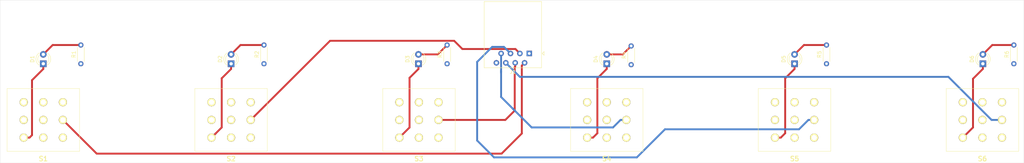
<source format=kicad_pcb>
(kicad_pcb (version 20171130) (host pcbnew "(5.1.2-1)-1")

  (general
    (thickness 1.6)
    (drawings 4)
    (tracks 81)
    (zones 0)
    (modules 19)
    (nets 51)
  )

  (page A4)
  (layers
    (0 F.Cu signal)
    (31 B.Cu signal)
    (32 B.Adhes user)
    (33 F.Adhes user)
    (34 B.Paste user)
    (35 F.Paste user)
    (36 B.SilkS user)
    (37 F.SilkS user)
    (38 B.Mask user)
    (39 F.Mask user)
    (40 Dwgs.User user)
    (41 Cmts.User user)
    (42 Eco1.User user)
    (43 Eco2.User user)
    (44 Edge.Cuts user)
    (45 Margin user)
    (46 B.CrtYd user)
    (47 F.CrtYd user)
    (48 B.Fab user)
    (49 F.Fab user)
  )

  (setup
    (last_trace_width 0.508)
    (user_trace_width 0.508)
    (trace_clearance 0.2)
    (zone_clearance 0.508)
    (zone_45_only no)
    (trace_min 0.2)
    (via_size 0.8)
    (via_drill 0.4)
    (via_min_size 0.4)
    (via_min_drill 0.3)
    (uvia_size 0.3)
    (uvia_drill 0.1)
    (uvias_allowed no)
    (uvia_min_size 0.2)
    (uvia_min_drill 0.1)
    (edge_width 0.05)
    (segment_width 0.2)
    (pcb_text_width 0.3)
    (pcb_text_size 1.5 1.5)
    (mod_edge_width 0.12)
    (mod_text_size 1 1)
    (mod_text_width 0.15)
    (pad_size 1.524 1.524)
    (pad_drill 0.762)
    (pad_to_mask_clearance 0.051)
    (solder_mask_min_width 0.25)
    (aux_axis_origin 0 0)
    (visible_elements FFFFFF7F)
    (pcbplotparams
      (layerselection 0x010f0_ffffffff)
      (usegerberextensions false)
      (usegerberattributes false)
      (usegerberadvancedattributes false)
      (creategerberjobfile false)
      (excludeedgelayer true)
      (linewidth 0.100000)
      (plotframeref false)
      (viasonmask false)
      (mode 1)
      (useauxorigin false)
      (hpglpennumber 1)
      (hpglpenspeed 20)
      (hpglpendiameter 15.000000)
      (psnegative false)
      (psa4output false)
      (plotreference true)
      (plotvalue true)
      (plotinvisibletext false)
      (padsonsilk false)
      (subtractmaskfromsilk false)
      (outputformat 1)
      (mirror false)
      (drillshape 0)
      (scaleselection 1)
      (outputdirectory "gerbers/"))
  )

  (net 0 "")
  (net 1 "Net-(D1-Pad2)")
  (net 2 "Net-(D1-Pad1)")
  (net 3 "Net-(J1-Pad2)")
  (net 4 GND)
  (net 5 "Net-(J1-Pad7)")
  (net 6 "Net-(J1-Pad6)")
  (net 7 "Net-(J1-Pad5)")
  (net 8 "Net-(J1-Pad4)")
  (net 9 "Net-(J1-Pad3)")
  (net 10 +9V)
  (net 11 "Net-(D2-Pad2)")
  (net 12 "Net-(D3-Pad2)")
  (net 13 "Net-(D4-Pad2)")
  (net 14 "Net-(D5-Pad2)")
  (net 15 "Net-(D6-Pad2)")
  (net 16 "Net-(S1-Pad9)")
  (net 17 "Net-(S1-Pad6)")
  (net 18 "Net-(S1-Pad5)")
  (net 19 "Net-(S1-Pad4)")
  (net 20 "Net-(S1-Pad1)")
  (net 21 "Net-(S2-Pad9)")
  (net 22 "Net-(D2-Pad1)")
  (net 23 "Net-(S2-Pad6)")
  (net 24 "Net-(S2-Pad5)")
  (net 25 "Net-(S2-Pad4)")
  (net 26 "Net-(S2-Pad1)")
  (net 27 "Net-(S3-Pad9)")
  (net 28 "Net-(D3-Pad1)")
  (net 29 "Net-(S3-Pad6)")
  (net 30 "Net-(S3-Pad5)")
  (net 31 "Net-(S3-Pad4)")
  (net 32 "Net-(S3-Pad1)")
  (net 33 "Net-(S4-Pad9)")
  (net 34 "Net-(D4-Pad1)")
  (net 35 "Net-(S4-Pad6)")
  (net 36 "Net-(S4-Pad5)")
  (net 37 "Net-(S4-Pad4)")
  (net 38 "Net-(S4-Pad1)")
  (net 39 "Net-(S5-Pad9)")
  (net 40 "Net-(D5-Pad1)")
  (net 41 "Net-(S5-Pad6)")
  (net 42 "Net-(S5-Pad5)")
  (net 43 "Net-(S5-Pad4)")
  (net 44 "Net-(S5-Pad1)")
  (net 45 "Net-(S6-Pad9)")
  (net 46 "Net-(D6-Pad1)")
  (net 47 "Net-(S6-Pad6)")
  (net 48 "Net-(S6-Pad5)")
  (net 49 "Net-(S6-Pad4)")
  (net 50 "Net-(S6-Pad1)")

  (net_class Default "This is the default net class."
    (clearance 0.2)
    (trace_width 0.25)
    (via_dia 0.8)
    (via_drill 0.4)
    (uvia_dia 0.3)
    (uvia_drill 0.1)
    (add_net +9V)
    (add_net GND)
    (add_net "Net-(D1-Pad1)")
    (add_net "Net-(D1-Pad2)")
    (add_net "Net-(D2-Pad1)")
    (add_net "Net-(D2-Pad2)")
    (add_net "Net-(D3-Pad1)")
    (add_net "Net-(D3-Pad2)")
    (add_net "Net-(D4-Pad1)")
    (add_net "Net-(D4-Pad2)")
    (add_net "Net-(D5-Pad1)")
    (add_net "Net-(D5-Pad2)")
    (add_net "Net-(D6-Pad1)")
    (add_net "Net-(D6-Pad2)")
    (add_net "Net-(J1-Pad2)")
    (add_net "Net-(J1-Pad3)")
    (add_net "Net-(J1-Pad4)")
    (add_net "Net-(J1-Pad5)")
    (add_net "Net-(J1-Pad6)")
    (add_net "Net-(J1-Pad7)")
    (add_net "Net-(S1-Pad1)")
    (add_net "Net-(S1-Pad4)")
    (add_net "Net-(S1-Pad5)")
    (add_net "Net-(S1-Pad6)")
    (add_net "Net-(S1-Pad9)")
    (add_net "Net-(S2-Pad1)")
    (add_net "Net-(S2-Pad4)")
    (add_net "Net-(S2-Pad5)")
    (add_net "Net-(S2-Pad6)")
    (add_net "Net-(S2-Pad9)")
    (add_net "Net-(S3-Pad1)")
    (add_net "Net-(S3-Pad4)")
    (add_net "Net-(S3-Pad5)")
    (add_net "Net-(S3-Pad6)")
    (add_net "Net-(S3-Pad9)")
    (add_net "Net-(S4-Pad1)")
    (add_net "Net-(S4-Pad4)")
    (add_net "Net-(S4-Pad5)")
    (add_net "Net-(S4-Pad6)")
    (add_net "Net-(S4-Pad9)")
    (add_net "Net-(S5-Pad1)")
    (add_net "Net-(S5-Pad4)")
    (add_net "Net-(S5-Pad5)")
    (add_net "Net-(S5-Pad6)")
    (add_net "Net-(S5-Pad9)")
    (add_net "Net-(S6-Pad1)")
    (add_net "Net-(S6-Pad4)")
    (add_net "Net-(S6-Pad5)")
    (add_net "Net-(S6-Pad6)")
    (add_net "Net-(S6-Pad9)")
  )

  (module LED_THT:LED_D3.0mm (layer F.Cu) (tedit 587A3A7B) (tstamp 5CE23341)
    (at 278.511 82.296 90)
    (descr "LED, diameter 3.0mm, 2 pins")
    (tags "LED diameter 3.0mm 2 pins")
    (path /5CE38F49)
    (fp_text reference D6 (at 1.27 -2.96 90) (layer F.SilkS)
      (effects (font (size 1 1) (thickness 0.15)))
    )
    (fp_text value LED (at 1.27 2.96 90) (layer F.Fab)
      (effects (font (size 1 1) (thickness 0.15)))
    )
    (fp_line (start 3.7 -2.25) (end -1.15 -2.25) (layer F.CrtYd) (width 0.05))
    (fp_line (start 3.7 2.25) (end 3.7 -2.25) (layer F.CrtYd) (width 0.05))
    (fp_line (start -1.15 2.25) (end 3.7 2.25) (layer F.CrtYd) (width 0.05))
    (fp_line (start -1.15 -2.25) (end -1.15 2.25) (layer F.CrtYd) (width 0.05))
    (fp_line (start -0.29 1.08) (end -0.29 1.236) (layer F.SilkS) (width 0.12))
    (fp_line (start -0.29 -1.236) (end -0.29 -1.08) (layer F.SilkS) (width 0.12))
    (fp_line (start -0.23 -1.16619) (end -0.23 1.16619) (layer F.Fab) (width 0.1))
    (fp_circle (center 1.27 0) (end 2.77 0) (layer F.Fab) (width 0.1))
    (fp_arc (start 1.27 0) (end 0.229039 1.08) (angle -87.9) (layer F.SilkS) (width 0.12))
    (fp_arc (start 1.27 0) (end 0.229039 -1.08) (angle 87.9) (layer F.SilkS) (width 0.12))
    (fp_arc (start 1.27 0) (end -0.29 1.235516) (angle -108.8) (layer F.SilkS) (width 0.12))
    (fp_arc (start 1.27 0) (end -0.29 -1.235516) (angle 108.8) (layer F.SilkS) (width 0.12))
    (fp_arc (start 1.27 0) (end -0.23 -1.16619) (angle 284.3) (layer F.Fab) (width 0.1))
    (pad 2 thru_hole circle (at 2.54 0 90) (size 1.8 1.8) (drill 0.9) (layers *.Cu *.Mask)
      (net 15 "Net-(D6-Pad2)"))
    (pad 1 thru_hole rect (at 0 0 90) (size 1.8 1.8) (drill 0.9) (layers *.Cu *.Mask)
      (net 46 "Net-(D6-Pad1)"))
    (model ${KISYS3DMOD}/LED_THT.3dshapes/LED_D3.0mm.wrl
      (at (xyz 0 0 0))
      (scale (xyz 1 1 1))
      (rotate (xyz 0 0 0))
    )
  )

  (module LED_THT:LED_D3.0mm (layer F.Cu) (tedit 587A3A7B) (tstamp 5CE2332E)
    (at 227.584 82.296 90)
    (descr "LED, diameter 3.0mm, 2 pins")
    (tags "LED diameter 3.0mm 2 pins")
    (path /5CE38F02)
    (fp_text reference D5 (at 1.27 -2.96 90) (layer F.SilkS)
      (effects (font (size 1 1) (thickness 0.15)))
    )
    (fp_text value LED (at 1.27 2.96 90) (layer F.Fab)
      (effects (font (size 1 1) (thickness 0.15)))
    )
    (fp_line (start 3.7 -2.25) (end -1.15 -2.25) (layer F.CrtYd) (width 0.05))
    (fp_line (start 3.7 2.25) (end 3.7 -2.25) (layer F.CrtYd) (width 0.05))
    (fp_line (start -1.15 2.25) (end 3.7 2.25) (layer F.CrtYd) (width 0.05))
    (fp_line (start -1.15 -2.25) (end -1.15 2.25) (layer F.CrtYd) (width 0.05))
    (fp_line (start -0.29 1.08) (end -0.29 1.236) (layer F.SilkS) (width 0.12))
    (fp_line (start -0.29 -1.236) (end -0.29 -1.08) (layer F.SilkS) (width 0.12))
    (fp_line (start -0.23 -1.16619) (end -0.23 1.16619) (layer F.Fab) (width 0.1))
    (fp_circle (center 1.27 0) (end 2.77 0) (layer F.Fab) (width 0.1))
    (fp_arc (start 1.27 0) (end 0.229039 1.08) (angle -87.9) (layer F.SilkS) (width 0.12))
    (fp_arc (start 1.27 0) (end 0.229039 -1.08) (angle 87.9) (layer F.SilkS) (width 0.12))
    (fp_arc (start 1.27 0) (end -0.29 1.235516) (angle -108.8) (layer F.SilkS) (width 0.12))
    (fp_arc (start 1.27 0) (end -0.29 -1.235516) (angle 108.8) (layer F.SilkS) (width 0.12))
    (fp_arc (start 1.27 0) (end -0.23 -1.16619) (angle 284.3) (layer F.Fab) (width 0.1))
    (pad 2 thru_hole circle (at 2.54 0 90) (size 1.8 1.8) (drill 0.9) (layers *.Cu *.Mask)
      (net 14 "Net-(D5-Pad2)"))
    (pad 1 thru_hole rect (at 0 0 90) (size 1.8 1.8) (drill 0.9) (layers *.Cu *.Mask)
      (net 40 "Net-(D5-Pad1)"))
    (model ${KISYS3DMOD}/LED_THT.3dshapes/LED_D3.0mm.wrl
      (at (xyz 0 0 0))
      (scale (xyz 1 1 1))
      (rotate (xyz 0 0 0))
    )
  )

  (module LED_THT:LED_D3.0mm (layer F.Cu) (tedit 587A3A7B) (tstamp 5CE2331B)
    (at 176.784 82.296 90)
    (descr "LED, diameter 3.0mm, 2 pins")
    (tags "LED diameter 3.0mm 2 pins")
    (path /5CE3FDA0)
    (fp_text reference D4 (at 1.27 -2.96 90) (layer F.SilkS)
      (effects (font (size 1 1) (thickness 0.15)))
    )
    (fp_text value LED (at 1.27 2.96 90) (layer F.Fab)
      (effects (font (size 1 1) (thickness 0.15)))
    )
    (fp_line (start 3.7 -2.25) (end -1.15 -2.25) (layer F.CrtYd) (width 0.05))
    (fp_line (start 3.7 2.25) (end 3.7 -2.25) (layer F.CrtYd) (width 0.05))
    (fp_line (start -1.15 2.25) (end 3.7 2.25) (layer F.CrtYd) (width 0.05))
    (fp_line (start -1.15 -2.25) (end -1.15 2.25) (layer F.CrtYd) (width 0.05))
    (fp_line (start -0.29 1.08) (end -0.29 1.236) (layer F.SilkS) (width 0.12))
    (fp_line (start -0.29 -1.236) (end -0.29 -1.08) (layer F.SilkS) (width 0.12))
    (fp_line (start -0.23 -1.16619) (end -0.23 1.16619) (layer F.Fab) (width 0.1))
    (fp_circle (center 1.27 0) (end 2.77 0) (layer F.Fab) (width 0.1))
    (fp_arc (start 1.27 0) (end 0.229039 1.08) (angle -87.9) (layer F.SilkS) (width 0.12))
    (fp_arc (start 1.27 0) (end 0.229039 -1.08) (angle 87.9) (layer F.SilkS) (width 0.12))
    (fp_arc (start 1.27 0) (end -0.29 1.235516) (angle -108.8) (layer F.SilkS) (width 0.12))
    (fp_arc (start 1.27 0) (end -0.29 -1.235516) (angle 108.8) (layer F.SilkS) (width 0.12))
    (fp_arc (start 1.27 0) (end -0.23 -1.16619) (angle 284.3) (layer F.Fab) (width 0.1))
    (pad 2 thru_hole circle (at 2.54 0 90) (size 1.8 1.8) (drill 0.9) (layers *.Cu *.Mask)
      (net 13 "Net-(D4-Pad2)"))
    (pad 1 thru_hole rect (at 0 0 90) (size 1.8 1.8) (drill 0.9) (layers *.Cu *.Mask)
      (net 34 "Net-(D4-Pad1)"))
    (model ${KISYS3DMOD}/LED_THT.3dshapes/LED_D3.0mm.wrl
      (at (xyz 0 0 0))
      (scale (xyz 1 1 1))
      (rotate (xyz 0 0 0))
    )
  )

  (module LED_THT:LED_D3.0mm (layer F.Cu) (tedit 587A3A7B) (tstamp 5CE23308)
    (at 125.857 82.296 90)
    (descr "LED, diameter 3.0mm, 2 pins")
    (tags "LED diameter 3.0mm 2 pins")
    (path /5CE26F1F)
    (fp_text reference D3 (at 1.27 -2.96 90) (layer F.SilkS)
      (effects (font (size 1 1) (thickness 0.15)))
    )
    (fp_text value LED (at 1.27 2.96 90) (layer F.Fab)
      (effects (font (size 1 1) (thickness 0.15)))
    )
    (fp_line (start 3.7 -2.25) (end -1.15 -2.25) (layer F.CrtYd) (width 0.05))
    (fp_line (start 3.7 2.25) (end 3.7 -2.25) (layer F.CrtYd) (width 0.05))
    (fp_line (start -1.15 2.25) (end 3.7 2.25) (layer F.CrtYd) (width 0.05))
    (fp_line (start -1.15 -2.25) (end -1.15 2.25) (layer F.CrtYd) (width 0.05))
    (fp_line (start -0.29 1.08) (end -0.29 1.236) (layer F.SilkS) (width 0.12))
    (fp_line (start -0.29 -1.236) (end -0.29 -1.08) (layer F.SilkS) (width 0.12))
    (fp_line (start -0.23 -1.16619) (end -0.23 1.16619) (layer F.Fab) (width 0.1))
    (fp_circle (center 1.27 0) (end 2.77 0) (layer F.Fab) (width 0.1))
    (fp_arc (start 1.27 0) (end 0.229039 1.08) (angle -87.9) (layer F.SilkS) (width 0.12))
    (fp_arc (start 1.27 0) (end 0.229039 -1.08) (angle 87.9) (layer F.SilkS) (width 0.12))
    (fp_arc (start 1.27 0) (end -0.29 1.235516) (angle -108.8) (layer F.SilkS) (width 0.12))
    (fp_arc (start 1.27 0) (end -0.29 -1.235516) (angle 108.8) (layer F.SilkS) (width 0.12))
    (fp_arc (start 1.27 0) (end -0.23 -1.16619) (angle 284.3) (layer F.Fab) (width 0.1))
    (pad 2 thru_hole circle (at 2.54 0 90) (size 1.8 1.8) (drill 0.9) (layers *.Cu *.Mask)
      (net 12 "Net-(D3-Pad2)"))
    (pad 1 thru_hole rect (at 0 0 90) (size 1.8 1.8) (drill 0.9) (layers *.Cu *.Mask)
      (net 28 "Net-(D3-Pad1)"))
    (model ${KISYS3DMOD}/LED_THT.3dshapes/LED_D3.0mm.wrl
      (at (xyz 0 0 0))
      (scale (xyz 1 1 1))
      (rotate (xyz 0 0 0))
    )
  )

  (module LED_THT:LED_D3.0mm (layer F.Cu) (tedit 587A3A7B) (tstamp 5CE232F5)
    (at 75.184 82.296 90)
    (descr "LED, diameter 3.0mm, 2 pins")
    (tags "LED diameter 3.0mm 2 pins")
    (path /5CE20D59)
    (fp_text reference D2 (at 1.27 -2.96 90) (layer F.SilkS)
      (effects (font (size 1 1) (thickness 0.15)))
    )
    (fp_text value LED (at 1.27 2.96 90) (layer F.Fab)
      (effects (font (size 1 1) (thickness 0.15)))
    )
    (fp_line (start 3.7 -2.25) (end -1.15 -2.25) (layer F.CrtYd) (width 0.05))
    (fp_line (start 3.7 2.25) (end 3.7 -2.25) (layer F.CrtYd) (width 0.05))
    (fp_line (start -1.15 2.25) (end 3.7 2.25) (layer F.CrtYd) (width 0.05))
    (fp_line (start -1.15 -2.25) (end -1.15 2.25) (layer F.CrtYd) (width 0.05))
    (fp_line (start -0.29 1.08) (end -0.29 1.236) (layer F.SilkS) (width 0.12))
    (fp_line (start -0.29 -1.236) (end -0.29 -1.08) (layer F.SilkS) (width 0.12))
    (fp_line (start -0.23 -1.16619) (end -0.23 1.16619) (layer F.Fab) (width 0.1))
    (fp_circle (center 1.27 0) (end 2.77 0) (layer F.Fab) (width 0.1))
    (fp_arc (start 1.27 0) (end 0.229039 1.08) (angle -87.9) (layer F.SilkS) (width 0.12))
    (fp_arc (start 1.27 0) (end 0.229039 -1.08) (angle 87.9) (layer F.SilkS) (width 0.12))
    (fp_arc (start 1.27 0) (end -0.29 1.235516) (angle -108.8) (layer F.SilkS) (width 0.12))
    (fp_arc (start 1.27 0) (end -0.29 -1.235516) (angle 108.8) (layer F.SilkS) (width 0.12))
    (fp_arc (start 1.27 0) (end -0.23 -1.16619) (angle 284.3) (layer F.Fab) (width 0.1))
    (pad 2 thru_hole circle (at 2.54 0 90) (size 1.8 1.8) (drill 0.9) (layers *.Cu *.Mask)
      (net 11 "Net-(D2-Pad2)"))
    (pad 1 thru_hole rect (at 0 0 90) (size 1.8 1.8) (drill 0.9) (layers *.Cu *.Mask)
      (net 22 "Net-(D2-Pad1)"))
    (model ${KISYS3DMOD}/LED_THT.3dshapes/LED_D3.0mm.wrl
      (at (xyz 0 0 0))
      (scale (xyz 1 1 1))
      (rotate (xyz 0 0 0))
    )
  )

  (module LED_THT:LED_D3.0mm (layer F.Cu) (tedit 587A3A7B) (tstamp 5CE232E2)
    (at 24.384 82.296 90)
    (descr "LED, diameter 3.0mm, 2 pins")
    (tags "LED diameter 3.0mm 2 pins")
    (path /5CDE024C)
    (fp_text reference D1 (at 1.27 -2.96 90) (layer F.SilkS)
      (effects (font (size 1 1) (thickness 0.15)))
    )
    (fp_text value LED (at 1.27 2.96 90) (layer F.Fab)
      (effects (font (size 1 1) (thickness 0.15)))
    )
    (fp_line (start 3.7 -2.25) (end -1.15 -2.25) (layer F.CrtYd) (width 0.05))
    (fp_line (start 3.7 2.25) (end 3.7 -2.25) (layer F.CrtYd) (width 0.05))
    (fp_line (start -1.15 2.25) (end 3.7 2.25) (layer F.CrtYd) (width 0.05))
    (fp_line (start -1.15 -2.25) (end -1.15 2.25) (layer F.CrtYd) (width 0.05))
    (fp_line (start -0.29 1.08) (end -0.29 1.236) (layer F.SilkS) (width 0.12))
    (fp_line (start -0.29 -1.236) (end -0.29 -1.08) (layer F.SilkS) (width 0.12))
    (fp_line (start -0.23 -1.16619) (end -0.23 1.16619) (layer F.Fab) (width 0.1))
    (fp_circle (center 1.27 0) (end 2.77 0) (layer F.Fab) (width 0.1))
    (fp_arc (start 1.27 0) (end 0.229039 1.08) (angle -87.9) (layer F.SilkS) (width 0.12))
    (fp_arc (start 1.27 0) (end 0.229039 -1.08) (angle 87.9) (layer F.SilkS) (width 0.12))
    (fp_arc (start 1.27 0) (end -0.29 1.235516) (angle -108.8) (layer F.SilkS) (width 0.12))
    (fp_arc (start 1.27 0) (end -0.29 -1.235516) (angle 108.8) (layer F.SilkS) (width 0.12))
    (fp_arc (start 1.27 0) (end -0.23 -1.16619) (angle 284.3) (layer F.Fab) (width 0.1))
    (pad 2 thru_hole circle (at 2.54 0 90) (size 1.8 1.8) (drill 0.9) (layers *.Cu *.Mask)
      (net 1 "Net-(D1-Pad2)"))
    (pad 1 thru_hole rect (at 0 0 90) (size 1.8 1.8) (drill 0.9) (layers *.Cu *.Mask)
      (net 2 "Net-(D1-Pad1)"))
    (model ${KISYS3DMOD}/LED_THT.3dshapes/LED_D3.0mm.wrl
      (at (xyz 0 0 0))
      (scale (xyz 1 1 1))
      (rotate (xyz 0 0 0))
    )
  )

  (module SF17020F-0302-21R-L-015:SF17020F030221RL015 (layer F.Cu) (tedit 5CDDE50B) (tstamp 5CE22A2D)
    (at 278.384 97.536)
    (descr SF17020F-0302-21R-L-015-2)
    (tags Switch)
    (path /5CE38F3F)
    (fp_text reference S6 (at 0 10.541) (layer F.SilkS)
      (effects (font (size 1.27 1.27) (thickness 0.254)))
    )
    (fp_text value SF17020F-0302-21R-L-015 (at 0 0) (layer F.SilkS) hide
      (effects (font (size 1.27 1.27) (thickness 0.254)))
    )
    (fp_line (start -10.8 9.5) (end -10.8 -9.5) (layer Dwgs.User) (width 0.1))
    (fp_line (start 10.8 9.5) (end -10.8 9.5) (layer Dwgs.User) (width 0.1))
    (fp_line (start 10.8 -9.5) (end 10.8 9.5) (layer Dwgs.User) (width 0.1))
    (fp_line (start -10.8 -9.5) (end 10.8 -9.5) (layer Dwgs.User) (width 0.1))
    (fp_line (start -9.8 8.5) (end -9.8 -8.5) (layer F.SilkS) (width 0.1))
    (fp_line (start 9.8 8.5) (end -9.8 8.5) (layer F.SilkS) (width 0.1))
    (fp_line (start 9.8 -8.5) (end 9.8 8.5) (layer F.SilkS) (width 0.1))
    (fp_line (start -9.8 -8.5) (end 9.8 -8.5) (layer F.SilkS) (width 0.1))
    (fp_line (start -9.8 8.5) (end -9.8 -8.5) (layer Dwgs.User) (width 0.2))
    (fp_line (start 9.8 8.5) (end -9.8 8.5) (layer Dwgs.User) (width 0.2))
    (fp_line (start 9.8 -8.5) (end 9.8 8.5) (layer Dwgs.User) (width 0.2))
    (fp_line (start -9.8 -8.5) (end 9.8 -8.5) (layer Dwgs.User) (width 0.2))
    (pad 9 thru_hole circle (at -5.3 -4.8 90) (size 2.22 2.22) (drill 1.48) (layers *.Cu *.Mask F.SilkS)
      (net 45 "Net-(S6-Pad9)"))
    (pad 8 thru_hole circle (at -5.3 0 90) (size 2.22 2.22) (drill 1.48) (layers *.Cu *.Mask F.SilkS)
      (net 4 GND))
    (pad 7 thru_hole circle (at -5.3 4.8 90) (size 2.22 2.22) (drill 1.48) (layers *.Cu *.Mask F.SilkS)
      (net 46 "Net-(D6-Pad1)"))
    (pad 6 thru_hole circle (at 0 -4.8 90) (size 2.22 2.22) (drill 1.48) (layers *.Cu *.Mask F.SilkS)
      (net 47 "Net-(S6-Pad6)"))
    (pad 5 thru_hole circle (at 0 0 90) (size 2.22 2.22) (drill 1.48) (layers *.Cu *.Mask F.SilkS)
      (net 48 "Net-(S6-Pad5)"))
    (pad 4 thru_hole circle (at 0 4.8 90) (size 2.22 2.22) (drill 1.48) (layers *.Cu *.Mask F.SilkS)
      (net 49 "Net-(S6-Pad4)"))
    (pad 3 thru_hole circle (at 5.3 -4.8 90) (size 2.22 2.22) (drill 1.48) (layers *.Cu *.Mask F.SilkS)
      (net 4 GND))
    (pad 2 thru_hole circle (at 5.3 0 90) (size 2.22 2.22) (drill 1.48) (layers *.Cu *.Mask F.SilkS)
      (net 6 "Net-(J1-Pad6)"))
    (pad 1 thru_hole circle (at 5.3 4.8 90) (size 2.22 2.22) (drill 1.48) (layers *.Cu *.Mask F.SilkS)
      (net 50 "Net-(S6-Pad1)"))
  )

  (module SF17020F-0302-21R-L-015:SF17020F030221RL015 (layer F.Cu) (tedit 5CDDE50B) (tstamp 5CE22A14)
    (at 227.584 97.536)
    (descr SF17020F-0302-21R-L-015-2)
    (tags Switch)
    (path /5CE38EF8)
    (fp_text reference S5 (at 0 10.541) (layer F.SilkS)
      (effects (font (size 1.27 1.27) (thickness 0.254)))
    )
    (fp_text value SF17020F-0302-21R-L-015 (at 0 0) (layer F.SilkS) hide
      (effects (font (size 1.27 1.27) (thickness 0.254)))
    )
    (fp_line (start -10.8 9.5) (end -10.8 -9.5) (layer Dwgs.User) (width 0.1))
    (fp_line (start 10.8 9.5) (end -10.8 9.5) (layer Dwgs.User) (width 0.1))
    (fp_line (start 10.8 -9.5) (end 10.8 9.5) (layer Dwgs.User) (width 0.1))
    (fp_line (start -10.8 -9.5) (end 10.8 -9.5) (layer Dwgs.User) (width 0.1))
    (fp_line (start -9.8 8.5) (end -9.8 -8.5) (layer F.SilkS) (width 0.1))
    (fp_line (start 9.8 8.5) (end -9.8 8.5) (layer F.SilkS) (width 0.1))
    (fp_line (start 9.8 -8.5) (end 9.8 8.5) (layer F.SilkS) (width 0.1))
    (fp_line (start -9.8 -8.5) (end 9.8 -8.5) (layer F.SilkS) (width 0.1))
    (fp_line (start -9.8 8.5) (end -9.8 -8.5) (layer Dwgs.User) (width 0.2))
    (fp_line (start 9.8 8.5) (end -9.8 8.5) (layer Dwgs.User) (width 0.2))
    (fp_line (start 9.8 -8.5) (end 9.8 8.5) (layer Dwgs.User) (width 0.2))
    (fp_line (start -9.8 -8.5) (end 9.8 -8.5) (layer Dwgs.User) (width 0.2))
    (pad 9 thru_hole circle (at -5.3 -4.8 90) (size 2.22 2.22) (drill 1.48) (layers *.Cu *.Mask F.SilkS)
      (net 39 "Net-(S5-Pad9)"))
    (pad 8 thru_hole circle (at -5.3 0 90) (size 2.22 2.22) (drill 1.48) (layers *.Cu *.Mask F.SilkS)
      (net 4 GND))
    (pad 7 thru_hole circle (at -5.3 4.8 90) (size 2.22 2.22) (drill 1.48) (layers *.Cu *.Mask F.SilkS)
      (net 40 "Net-(D5-Pad1)"))
    (pad 6 thru_hole circle (at 0 -4.8 90) (size 2.22 2.22) (drill 1.48) (layers *.Cu *.Mask F.SilkS)
      (net 41 "Net-(S5-Pad6)"))
    (pad 5 thru_hole circle (at 0 0 90) (size 2.22 2.22) (drill 1.48) (layers *.Cu *.Mask F.SilkS)
      (net 42 "Net-(S5-Pad5)"))
    (pad 4 thru_hole circle (at 0 4.8 90) (size 2.22 2.22) (drill 1.48) (layers *.Cu *.Mask F.SilkS)
      (net 43 "Net-(S5-Pad4)"))
    (pad 3 thru_hole circle (at 5.3 -4.8 90) (size 2.22 2.22) (drill 1.48) (layers *.Cu *.Mask F.SilkS)
      (net 4 GND))
    (pad 2 thru_hole circle (at 5.3 0 90) (size 2.22 2.22) (drill 1.48) (layers *.Cu *.Mask F.SilkS)
      (net 7 "Net-(J1-Pad5)"))
    (pad 1 thru_hole circle (at 5.3 4.8 90) (size 2.22 2.22) (drill 1.48) (layers *.Cu *.Mask F.SilkS)
      (net 44 "Net-(S5-Pad1)"))
  )

  (module SF17020F-0302-21R-L-015:SF17020F030221RL015 (layer F.Cu) (tedit 5CDDE50B) (tstamp 5CE229FB)
    (at 176.784 97.536)
    (descr SF17020F-0302-21R-L-015-2)
    (tags Switch)
    (path /5CE3FD96)
    (fp_text reference S4 (at 0 10.541) (layer F.SilkS)
      (effects (font (size 1.27 1.27) (thickness 0.254)))
    )
    (fp_text value SF17020F-0302-21R-L-015 (at 0 0) (layer F.SilkS) hide
      (effects (font (size 1.27 1.27) (thickness 0.254)))
    )
    (fp_line (start -10.8 9.5) (end -10.8 -9.5) (layer Dwgs.User) (width 0.1))
    (fp_line (start 10.8 9.5) (end -10.8 9.5) (layer Dwgs.User) (width 0.1))
    (fp_line (start 10.8 -9.5) (end 10.8 9.5) (layer Dwgs.User) (width 0.1))
    (fp_line (start -10.8 -9.5) (end 10.8 -9.5) (layer Dwgs.User) (width 0.1))
    (fp_line (start -9.8 8.5) (end -9.8 -8.5) (layer F.SilkS) (width 0.1))
    (fp_line (start 9.8 8.5) (end -9.8 8.5) (layer F.SilkS) (width 0.1))
    (fp_line (start 9.8 -8.5) (end 9.8 8.5) (layer F.SilkS) (width 0.1))
    (fp_line (start -9.8 -8.5) (end 9.8 -8.5) (layer F.SilkS) (width 0.1))
    (fp_line (start -9.8 8.5) (end -9.8 -8.5) (layer Dwgs.User) (width 0.2))
    (fp_line (start 9.8 8.5) (end -9.8 8.5) (layer Dwgs.User) (width 0.2))
    (fp_line (start 9.8 -8.5) (end 9.8 8.5) (layer Dwgs.User) (width 0.2))
    (fp_line (start -9.8 -8.5) (end 9.8 -8.5) (layer Dwgs.User) (width 0.2))
    (pad 9 thru_hole circle (at -5.3 -4.8 90) (size 2.22 2.22) (drill 1.48) (layers *.Cu *.Mask F.SilkS)
      (net 33 "Net-(S4-Pad9)"))
    (pad 8 thru_hole circle (at -5.3 0 90) (size 2.22 2.22) (drill 1.48) (layers *.Cu *.Mask F.SilkS)
      (net 4 GND))
    (pad 7 thru_hole circle (at -5.3 4.8 90) (size 2.22 2.22) (drill 1.48) (layers *.Cu *.Mask F.SilkS)
      (net 34 "Net-(D4-Pad1)"))
    (pad 6 thru_hole circle (at 0 -4.8 90) (size 2.22 2.22) (drill 1.48) (layers *.Cu *.Mask F.SilkS)
      (net 35 "Net-(S4-Pad6)"))
    (pad 5 thru_hole circle (at 0 0 90) (size 2.22 2.22) (drill 1.48) (layers *.Cu *.Mask F.SilkS)
      (net 36 "Net-(S4-Pad5)"))
    (pad 4 thru_hole circle (at 0 4.8 90) (size 2.22 2.22) (drill 1.48) (layers *.Cu *.Mask F.SilkS)
      (net 37 "Net-(S4-Pad4)"))
    (pad 3 thru_hole circle (at 5.3 -4.8 90) (size 2.22 2.22) (drill 1.48) (layers *.Cu *.Mask F.SilkS)
      (net 4 GND))
    (pad 2 thru_hole circle (at 5.3 0 90) (size 2.22 2.22) (drill 1.48) (layers *.Cu *.Mask F.SilkS)
      (net 5 "Net-(J1-Pad7)"))
    (pad 1 thru_hole circle (at 5.3 4.8 90) (size 2.22 2.22) (drill 1.48) (layers *.Cu *.Mask F.SilkS)
      (net 38 "Net-(S4-Pad1)"))
  )

  (module SF17020F-0302-21R-L-015:SF17020F030221RL015 (layer F.Cu) (tedit 5CDDE50B) (tstamp 5CE229E2)
    (at 125.984 97.536)
    (descr SF17020F-0302-21R-L-015-2)
    (tags Switch)
    (path /5CE26F15)
    (fp_text reference S3 (at 0 10.541) (layer F.SilkS)
      (effects (font (size 1.27 1.27) (thickness 0.254)))
    )
    (fp_text value SF17020F-0302-21R-L-015 (at 0 0) (layer F.SilkS) hide
      (effects (font (size 1.27 1.27) (thickness 0.254)))
    )
    (fp_line (start -10.8 9.5) (end -10.8 -9.5) (layer Dwgs.User) (width 0.1))
    (fp_line (start 10.8 9.5) (end -10.8 9.5) (layer Dwgs.User) (width 0.1))
    (fp_line (start 10.8 -9.5) (end 10.8 9.5) (layer Dwgs.User) (width 0.1))
    (fp_line (start -10.8 -9.5) (end 10.8 -9.5) (layer Dwgs.User) (width 0.1))
    (fp_line (start -9.8 8.5) (end -9.8 -8.5) (layer F.SilkS) (width 0.1))
    (fp_line (start 9.8 8.5) (end -9.8 8.5) (layer F.SilkS) (width 0.1))
    (fp_line (start 9.8 -8.5) (end 9.8 8.5) (layer F.SilkS) (width 0.1))
    (fp_line (start -9.8 -8.5) (end 9.8 -8.5) (layer F.SilkS) (width 0.1))
    (fp_line (start -9.8 8.5) (end -9.8 -8.5) (layer Dwgs.User) (width 0.2))
    (fp_line (start 9.8 8.5) (end -9.8 8.5) (layer Dwgs.User) (width 0.2))
    (fp_line (start 9.8 -8.5) (end 9.8 8.5) (layer Dwgs.User) (width 0.2))
    (fp_line (start -9.8 -8.5) (end 9.8 -8.5) (layer Dwgs.User) (width 0.2))
    (pad 9 thru_hole circle (at -5.3 -4.8 90) (size 2.22 2.22) (drill 1.48) (layers *.Cu *.Mask F.SilkS)
      (net 27 "Net-(S3-Pad9)"))
    (pad 8 thru_hole circle (at -5.3 0 90) (size 2.22 2.22) (drill 1.48) (layers *.Cu *.Mask F.SilkS)
      (net 4 GND))
    (pad 7 thru_hole circle (at -5.3 4.8 90) (size 2.22 2.22) (drill 1.48) (layers *.Cu *.Mask F.SilkS)
      (net 28 "Net-(D3-Pad1)"))
    (pad 6 thru_hole circle (at 0 -4.8 90) (size 2.22 2.22) (drill 1.48) (layers *.Cu *.Mask F.SilkS)
      (net 29 "Net-(S3-Pad6)"))
    (pad 5 thru_hole circle (at 0 0 90) (size 2.22 2.22) (drill 1.48) (layers *.Cu *.Mask F.SilkS)
      (net 30 "Net-(S3-Pad5)"))
    (pad 4 thru_hole circle (at 0 4.8 90) (size 2.22 2.22) (drill 1.48) (layers *.Cu *.Mask F.SilkS)
      (net 31 "Net-(S3-Pad4)"))
    (pad 3 thru_hole circle (at 5.3 -4.8 90) (size 2.22 2.22) (drill 1.48) (layers *.Cu *.Mask F.SilkS)
      (net 4 GND))
    (pad 2 thru_hole circle (at 5.3 0 90) (size 2.22 2.22) (drill 1.48) (layers *.Cu *.Mask F.SilkS)
      (net 8 "Net-(J1-Pad4)"))
    (pad 1 thru_hole circle (at 5.3 4.8 90) (size 2.22 2.22) (drill 1.48) (layers *.Cu *.Mask F.SilkS)
      (net 32 "Net-(S3-Pad1)"))
  )

  (module SF17020F-0302-21R-L-015:SF17020F030221RL015 (layer F.Cu) (tedit 5CDDE50B) (tstamp 5CE229C9)
    (at 75.184 97.536)
    (descr SF17020F-0302-21R-L-015-2)
    (tags Switch)
    (path /5CE20D4F)
    (fp_text reference S2 (at 0 10.541) (layer F.SilkS)
      (effects (font (size 1.27 1.27) (thickness 0.254)))
    )
    (fp_text value SF17020F-0302-21R-L-015 (at 0 0) (layer F.SilkS) hide
      (effects (font (size 1.27 1.27) (thickness 0.254)))
    )
    (fp_line (start -10.8 9.5) (end -10.8 -9.5) (layer Dwgs.User) (width 0.1))
    (fp_line (start 10.8 9.5) (end -10.8 9.5) (layer Dwgs.User) (width 0.1))
    (fp_line (start 10.8 -9.5) (end 10.8 9.5) (layer Dwgs.User) (width 0.1))
    (fp_line (start -10.8 -9.5) (end 10.8 -9.5) (layer Dwgs.User) (width 0.1))
    (fp_line (start -9.8 8.5) (end -9.8 -8.5) (layer F.SilkS) (width 0.1))
    (fp_line (start 9.8 8.5) (end -9.8 8.5) (layer F.SilkS) (width 0.1))
    (fp_line (start 9.8 -8.5) (end 9.8 8.5) (layer F.SilkS) (width 0.1))
    (fp_line (start -9.8 -8.5) (end 9.8 -8.5) (layer F.SilkS) (width 0.1))
    (fp_line (start -9.8 8.5) (end -9.8 -8.5) (layer Dwgs.User) (width 0.2))
    (fp_line (start 9.8 8.5) (end -9.8 8.5) (layer Dwgs.User) (width 0.2))
    (fp_line (start 9.8 -8.5) (end 9.8 8.5) (layer Dwgs.User) (width 0.2))
    (fp_line (start -9.8 -8.5) (end 9.8 -8.5) (layer Dwgs.User) (width 0.2))
    (pad 9 thru_hole circle (at -5.3 -4.8 90) (size 2.22 2.22) (drill 1.48) (layers *.Cu *.Mask F.SilkS)
      (net 21 "Net-(S2-Pad9)"))
    (pad 8 thru_hole circle (at -5.3 0 90) (size 2.22 2.22) (drill 1.48) (layers *.Cu *.Mask F.SilkS)
      (net 4 GND))
    (pad 7 thru_hole circle (at -5.3 4.8 90) (size 2.22 2.22) (drill 1.48) (layers *.Cu *.Mask F.SilkS)
      (net 22 "Net-(D2-Pad1)"))
    (pad 6 thru_hole circle (at 0 -4.8 90) (size 2.22 2.22) (drill 1.48) (layers *.Cu *.Mask F.SilkS)
      (net 23 "Net-(S2-Pad6)"))
    (pad 5 thru_hole circle (at 0 0 90) (size 2.22 2.22) (drill 1.48) (layers *.Cu *.Mask F.SilkS)
      (net 24 "Net-(S2-Pad5)"))
    (pad 4 thru_hole circle (at 0 4.8 90) (size 2.22 2.22) (drill 1.48) (layers *.Cu *.Mask F.SilkS)
      (net 25 "Net-(S2-Pad4)"))
    (pad 3 thru_hole circle (at 5.3 -4.8 90) (size 2.22 2.22) (drill 1.48) (layers *.Cu *.Mask F.SilkS)
      (net 4 GND))
    (pad 2 thru_hole circle (at 5.3 0 90) (size 2.22 2.22) (drill 1.48) (layers *.Cu *.Mask F.SilkS)
      (net 9 "Net-(J1-Pad3)"))
    (pad 1 thru_hole circle (at 5.3 4.8 90) (size 2.22 2.22) (drill 1.48) (layers *.Cu *.Mask F.SilkS)
      (net 26 "Net-(S2-Pad1)"))
  )

  (module SF17020F-0302-21R-L-015:SF17020F030221RL015 (layer F.Cu) (tedit 5CDDE50B) (tstamp 5CE229B0)
    (at 24.384 97.536)
    (descr SF17020F-0302-21R-L-015-2)
    (tags Switch)
    (path /5CDDE643)
    (fp_text reference S1 (at 0 10.541) (layer F.SilkS)
      (effects (font (size 1.27 1.27) (thickness 0.254)))
    )
    (fp_text value SF17020F-0302-21R-L-015 (at 0 0) (layer F.SilkS) hide
      (effects (font (size 1.27 1.27) (thickness 0.254)))
    )
    (fp_line (start -10.8 9.5) (end -10.8 -9.5) (layer Dwgs.User) (width 0.1))
    (fp_line (start 10.8 9.5) (end -10.8 9.5) (layer Dwgs.User) (width 0.1))
    (fp_line (start 10.8 -9.5) (end 10.8 9.5) (layer Dwgs.User) (width 0.1))
    (fp_line (start -10.8 -9.5) (end 10.8 -9.5) (layer Dwgs.User) (width 0.1))
    (fp_line (start -9.8 8.5) (end -9.8 -8.5) (layer F.SilkS) (width 0.1))
    (fp_line (start 9.8 8.5) (end -9.8 8.5) (layer F.SilkS) (width 0.1))
    (fp_line (start 9.8 -8.5) (end 9.8 8.5) (layer F.SilkS) (width 0.1))
    (fp_line (start -9.8 -8.5) (end 9.8 -8.5) (layer F.SilkS) (width 0.1))
    (fp_line (start -9.8 8.5) (end -9.8 -8.5) (layer Dwgs.User) (width 0.2))
    (fp_line (start 9.8 8.5) (end -9.8 8.5) (layer Dwgs.User) (width 0.2))
    (fp_line (start 9.8 -8.5) (end 9.8 8.5) (layer Dwgs.User) (width 0.2))
    (fp_line (start -9.8 -8.5) (end 9.8 -8.5) (layer Dwgs.User) (width 0.2))
    (pad 9 thru_hole circle (at -5.3 -4.8 90) (size 2.22 2.22) (drill 1.48) (layers *.Cu *.Mask F.SilkS)
      (net 16 "Net-(S1-Pad9)"))
    (pad 8 thru_hole circle (at -5.3 0 90) (size 2.22 2.22) (drill 1.48) (layers *.Cu *.Mask F.SilkS)
      (net 4 GND))
    (pad 7 thru_hole circle (at -5.3 4.8 90) (size 2.22 2.22) (drill 1.48) (layers *.Cu *.Mask F.SilkS)
      (net 2 "Net-(D1-Pad1)"))
    (pad 6 thru_hole circle (at 0 -4.8 90) (size 2.22 2.22) (drill 1.48) (layers *.Cu *.Mask F.SilkS)
      (net 17 "Net-(S1-Pad6)"))
    (pad 5 thru_hole circle (at 0 0 90) (size 2.22 2.22) (drill 1.48) (layers *.Cu *.Mask F.SilkS)
      (net 18 "Net-(S1-Pad5)"))
    (pad 4 thru_hole circle (at 0 4.8 90) (size 2.22 2.22) (drill 1.48) (layers *.Cu *.Mask F.SilkS)
      (net 19 "Net-(S1-Pad4)"))
    (pad 3 thru_hole circle (at 5.3 -4.8 90) (size 2.22 2.22) (drill 1.48) (layers *.Cu *.Mask F.SilkS)
      (net 4 GND))
    (pad 2 thru_hole circle (at 5.3 0 90) (size 2.22 2.22) (drill 1.48) (layers *.Cu *.Mask F.SilkS)
      (net 3 "Net-(J1-Pad2)"))
    (pad 1 thru_hole circle (at 5.3 4.8 90) (size 2.22 2.22) (drill 1.48) (layers *.Cu *.Mask F.SilkS)
      (net 20 "Net-(S1-Pad1)"))
  )

  (module Resistor_THT:R_Axial_DIN0204_L3.6mm_D1.6mm_P5.08mm_Horizontal (layer F.Cu) (tedit 5AE5139B) (tstamp 5CE22997)
    (at 286.893 82.296 90)
    (descr "Resistor, Axial_DIN0204 series, Axial, Horizontal, pin pitch=5.08mm, 0.167W, length*diameter=3.6*1.6mm^2, http://cdn-reichelt.de/documents/datenblatt/B400/1_4W%23YAG.pdf")
    (tags "Resistor Axial_DIN0204 series Axial Horizontal pin pitch 5.08mm 0.167W length 3.6mm diameter 1.6mm")
    (path /5CE38F53)
    (fp_text reference R6 (at 2.54 -1.92 90) (layer F.SilkS)
      (effects (font (size 1 1) (thickness 0.15)))
    )
    (fp_text value 1k (at 2.54 1.92 90) (layer F.Fab)
      (effects (font (size 1 1) (thickness 0.15)))
    )
    (fp_text user %R (at 2.54 0 90) (layer F.Fab)
      (effects (font (size 0.72 0.72) (thickness 0.108)))
    )
    (fp_line (start 6.03 -1.05) (end -0.95 -1.05) (layer F.CrtYd) (width 0.05))
    (fp_line (start 6.03 1.05) (end 6.03 -1.05) (layer F.CrtYd) (width 0.05))
    (fp_line (start -0.95 1.05) (end 6.03 1.05) (layer F.CrtYd) (width 0.05))
    (fp_line (start -0.95 -1.05) (end -0.95 1.05) (layer F.CrtYd) (width 0.05))
    (fp_line (start 0.62 0.92) (end 4.46 0.92) (layer F.SilkS) (width 0.12))
    (fp_line (start 0.62 -0.92) (end 4.46 -0.92) (layer F.SilkS) (width 0.12))
    (fp_line (start 5.08 0) (end 4.34 0) (layer F.Fab) (width 0.1))
    (fp_line (start 0 0) (end 0.74 0) (layer F.Fab) (width 0.1))
    (fp_line (start 4.34 -0.8) (end 0.74 -0.8) (layer F.Fab) (width 0.1))
    (fp_line (start 4.34 0.8) (end 4.34 -0.8) (layer F.Fab) (width 0.1))
    (fp_line (start 0.74 0.8) (end 4.34 0.8) (layer F.Fab) (width 0.1))
    (fp_line (start 0.74 -0.8) (end 0.74 0.8) (layer F.Fab) (width 0.1))
    (pad 2 thru_hole oval (at 5.08 0 90) (size 1.4 1.4) (drill 0.7) (layers *.Cu *.Mask)
      (net 15 "Net-(D6-Pad2)"))
    (pad 1 thru_hole circle (at 0 0 90) (size 1.4 1.4) (drill 0.7) (layers *.Cu *.Mask)
      (net 10 +9V))
    (model ${KISYS3DMOD}/Resistor_THT.3dshapes/R_Axial_DIN0204_L3.6mm_D1.6mm_P5.08mm_Horizontal.wrl
      (at (xyz 0 0 0))
      (scale (xyz 1 1 1))
      (rotate (xyz 0 0 0))
    )
  )

  (module Resistor_THT:R_Axial_DIN0204_L3.6mm_D1.6mm_P5.08mm_Horizontal (layer F.Cu) (tedit 5AE5139B) (tstamp 5CE22984)
    (at 236.22 82.296 90)
    (descr "Resistor, Axial_DIN0204 series, Axial, Horizontal, pin pitch=5.08mm, 0.167W, length*diameter=3.6*1.6mm^2, http://cdn-reichelt.de/documents/datenblatt/B400/1_4W%23YAG.pdf")
    (tags "Resistor Axial_DIN0204 series Axial Horizontal pin pitch 5.08mm 0.167W length 3.6mm diameter 1.6mm")
    (path /5CE38F0C)
    (fp_text reference R5 (at 2.54 -1.92 90) (layer F.SilkS)
      (effects (font (size 1 1) (thickness 0.15)))
    )
    (fp_text value 1k (at 2.54 1.92 90) (layer F.Fab)
      (effects (font (size 1 1) (thickness 0.15)))
    )
    (fp_text user %R (at 2.54 0 90) (layer F.Fab)
      (effects (font (size 0.72 0.72) (thickness 0.108)))
    )
    (fp_line (start 6.03 -1.05) (end -0.95 -1.05) (layer F.CrtYd) (width 0.05))
    (fp_line (start 6.03 1.05) (end 6.03 -1.05) (layer F.CrtYd) (width 0.05))
    (fp_line (start -0.95 1.05) (end 6.03 1.05) (layer F.CrtYd) (width 0.05))
    (fp_line (start -0.95 -1.05) (end -0.95 1.05) (layer F.CrtYd) (width 0.05))
    (fp_line (start 0.62 0.92) (end 4.46 0.92) (layer F.SilkS) (width 0.12))
    (fp_line (start 0.62 -0.92) (end 4.46 -0.92) (layer F.SilkS) (width 0.12))
    (fp_line (start 5.08 0) (end 4.34 0) (layer F.Fab) (width 0.1))
    (fp_line (start 0 0) (end 0.74 0) (layer F.Fab) (width 0.1))
    (fp_line (start 4.34 -0.8) (end 0.74 -0.8) (layer F.Fab) (width 0.1))
    (fp_line (start 4.34 0.8) (end 4.34 -0.8) (layer F.Fab) (width 0.1))
    (fp_line (start 0.74 0.8) (end 4.34 0.8) (layer F.Fab) (width 0.1))
    (fp_line (start 0.74 -0.8) (end 0.74 0.8) (layer F.Fab) (width 0.1))
    (pad 2 thru_hole oval (at 5.08 0 90) (size 1.4 1.4) (drill 0.7) (layers *.Cu *.Mask)
      (net 14 "Net-(D5-Pad2)"))
    (pad 1 thru_hole circle (at 0 0 90) (size 1.4 1.4) (drill 0.7) (layers *.Cu *.Mask)
      (net 10 +9V))
    (model ${KISYS3DMOD}/Resistor_THT.3dshapes/R_Axial_DIN0204_L3.6mm_D1.6mm_P5.08mm_Horizontal.wrl
      (at (xyz 0 0 0))
      (scale (xyz 1 1 1))
      (rotate (xyz 0 0 0))
    )
  )

  (module Resistor_THT:R_Axial_DIN0204_L3.6mm_D1.6mm_P5.08mm_Horizontal (layer F.Cu) (tedit 5AE5139B) (tstamp 5CE22971)
    (at 183.388 82.55 90)
    (descr "Resistor, Axial_DIN0204 series, Axial, Horizontal, pin pitch=5.08mm, 0.167W, length*diameter=3.6*1.6mm^2, http://cdn-reichelt.de/documents/datenblatt/B400/1_4W%23YAG.pdf")
    (tags "Resistor Axial_DIN0204 series Axial Horizontal pin pitch 5.08mm 0.167W length 3.6mm diameter 1.6mm")
    (path /5CE3FDAA)
    (fp_text reference R4 (at 2.54 -1.92 90) (layer F.SilkS)
      (effects (font (size 1 1) (thickness 0.15)))
    )
    (fp_text value 1k (at 2.54 1.92 90) (layer F.Fab)
      (effects (font (size 1 1) (thickness 0.15)))
    )
    (fp_text user %R (at 2.54 0 90) (layer F.Fab)
      (effects (font (size 0.72 0.72) (thickness 0.108)))
    )
    (fp_line (start 6.03 -1.05) (end -0.95 -1.05) (layer F.CrtYd) (width 0.05))
    (fp_line (start 6.03 1.05) (end 6.03 -1.05) (layer F.CrtYd) (width 0.05))
    (fp_line (start -0.95 1.05) (end 6.03 1.05) (layer F.CrtYd) (width 0.05))
    (fp_line (start -0.95 -1.05) (end -0.95 1.05) (layer F.CrtYd) (width 0.05))
    (fp_line (start 0.62 0.92) (end 4.46 0.92) (layer F.SilkS) (width 0.12))
    (fp_line (start 0.62 -0.92) (end 4.46 -0.92) (layer F.SilkS) (width 0.12))
    (fp_line (start 5.08 0) (end 4.34 0) (layer F.Fab) (width 0.1))
    (fp_line (start 0 0) (end 0.74 0) (layer F.Fab) (width 0.1))
    (fp_line (start 4.34 -0.8) (end 0.74 -0.8) (layer F.Fab) (width 0.1))
    (fp_line (start 4.34 0.8) (end 4.34 -0.8) (layer F.Fab) (width 0.1))
    (fp_line (start 0.74 0.8) (end 4.34 0.8) (layer F.Fab) (width 0.1))
    (fp_line (start 0.74 -0.8) (end 0.74 0.8) (layer F.Fab) (width 0.1))
    (pad 2 thru_hole oval (at 5.08 0 90) (size 1.4 1.4) (drill 0.7) (layers *.Cu *.Mask)
      (net 13 "Net-(D4-Pad2)"))
    (pad 1 thru_hole circle (at 0 0 90) (size 1.4 1.4) (drill 0.7) (layers *.Cu *.Mask)
      (net 10 +9V))
    (model ${KISYS3DMOD}/Resistor_THT.3dshapes/R_Axial_DIN0204_L3.6mm_D1.6mm_P5.08mm_Horizontal.wrl
      (at (xyz 0 0 0))
      (scale (xyz 1 1 1))
      (rotate (xyz 0 0 0))
    )
  )

  (module Resistor_THT:R_Axial_DIN0204_L3.6mm_D1.6mm_P5.08mm_Horizontal (layer F.Cu) (tedit 5AE5139B) (tstamp 5CE2295E)
    (at 133.604 82.296 90)
    (descr "Resistor, Axial_DIN0204 series, Axial, Horizontal, pin pitch=5.08mm, 0.167W, length*diameter=3.6*1.6mm^2, http://cdn-reichelt.de/documents/datenblatt/B400/1_4W%23YAG.pdf")
    (tags "Resistor Axial_DIN0204 series Axial Horizontal pin pitch 5.08mm 0.167W length 3.6mm diameter 1.6mm")
    (path /5CE26F29)
    (fp_text reference R3 (at 2.54 -1.92 90) (layer F.SilkS)
      (effects (font (size 1 1) (thickness 0.15)))
    )
    (fp_text value 1k (at 2.54 1.92 90) (layer F.Fab)
      (effects (font (size 1 1) (thickness 0.15)))
    )
    (fp_text user %R (at 2.54 0 90) (layer F.Fab)
      (effects (font (size 0.72 0.72) (thickness 0.108)))
    )
    (fp_line (start 6.03 -1.05) (end -0.95 -1.05) (layer F.CrtYd) (width 0.05))
    (fp_line (start 6.03 1.05) (end 6.03 -1.05) (layer F.CrtYd) (width 0.05))
    (fp_line (start -0.95 1.05) (end 6.03 1.05) (layer F.CrtYd) (width 0.05))
    (fp_line (start -0.95 -1.05) (end -0.95 1.05) (layer F.CrtYd) (width 0.05))
    (fp_line (start 0.62 0.92) (end 4.46 0.92) (layer F.SilkS) (width 0.12))
    (fp_line (start 0.62 -0.92) (end 4.46 -0.92) (layer F.SilkS) (width 0.12))
    (fp_line (start 5.08 0) (end 4.34 0) (layer F.Fab) (width 0.1))
    (fp_line (start 0 0) (end 0.74 0) (layer F.Fab) (width 0.1))
    (fp_line (start 4.34 -0.8) (end 0.74 -0.8) (layer F.Fab) (width 0.1))
    (fp_line (start 4.34 0.8) (end 4.34 -0.8) (layer F.Fab) (width 0.1))
    (fp_line (start 0.74 0.8) (end 4.34 0.8) (layer F.Fab) (width 0.1))
    (fp_line (start 0.74 -0.8) (end 0.74 0.8) (layer F.Fab) (width 0.1))
    (pad 2 thru_hole oval (at 5.08 0 90) (size 1.4 1.4) (drill 0.7) (layers *.Cu *.Mask)
      (net 12 "Net-(D3-Pad2)"))
    (pad 1 thru_hole circle (at 0 0 90) (size 1.4 1.4) (drill 0.7) (layers *.Cu *.Mask)
      (net 10 +9V))
    (model ${KISYS3DMOD}/Resistor_THT.3dshapes/R_Axial_DIN0204_L3.6mm_D1.6mm_P5.08mm_Horizontal.wrl
      (at (xyz 0 0 0))
      (scale (xyz 1 1 1))
      (rotate (xyz 0 0 0))
    )
  )

  (module Resistor_THT:R_Axial_DIN0204_L3.6mm_D1.6mm_P5.08mm_Horizontal (layer F.Cu) (tedit 5AE5139B) (tstamp 5CE2294B)
    (at 84.074 82.296 90)
    (descr "Resistor, Axial_DIN0204 series, Axial, Horizontal, pin pitch=5.08mm, 0.167W, length*diameter=3.6*1.6mm^2, http://cdn-reichelt.de/documents/datenblatt/B400/1_4W%23YAG.pdf")
    (tags "Resistor Axial_DIN0204 series Axial Horizontal pin pitch 5.08mm 0.167W length 3.6mm diameter 1.6mm")
    (path /5CE20D63)
    (fp_text reference R2 (at 2.54 -1.92 90) (layer F.SilkS)
      (effects (font (size 1 1) (thickness 0.15)))
    )
    (fp_text value 1k (at 2.54 1.92 90) (layer F.Fab)
      (effects (font (size 1 1) (thickness 0.15)))
    )
    (fp_text user %R (at 2.54 0 90) (layer F.Fab)
      (effects (font (size 0.72 0.72) (thickness 0.108)))
    )
    (fp_line (start 6.03 -1.05) (end -0.95 -1.05) (layer F.CrtYd) (width 0.05))
    (fp_line (start 6.03 1.05) (end 6.03 -1.05) (layer F.CrtYd) (width 0.05))
    (fp_line (start -0.95 1.05) (end 6.03 1.05) (layer F.CrtYd) (width 0.05))
    (fp_line (start -0.95 -1.05) (end -0.95 1.05) (layer F.CrtYd) (width 0.05))
    (fp_line (start 0.62 0.92) (end 4.46 0.92) (layer F.SilkS) (width 0.12))
    (fp_line (start 0.62 -0.92) (end 4.46 -0.92) (layer F.SilkS) (width 0.12))
    (fp_line (start 5.08 0) (end 4.34 0) (layer F.Fab) (width 0.1))
    (fp_line (start 0 0) (end 0.74 0) (layer F.Fab) (width 0.1))
    (fp_line (start 4.34 -0.8) (end 0.74 -0.8) (layer F.Fab) (width 0.1))
    (fp_line (start 4.34 0.8) (end 4.34 -0.8) (layer F.Fab) (width 0.1))
    (fp_line (start 0.74 0.8) (end 4.34 0.8) (layer F.Fab) (width 0.1))
    (fp_line (start 0.74 -0.8) (end 0.74 0.8) (layer F.Fab) (width 0.1))
    (pad 2 thru_hole oval (at 5.08 0 90) (size 1.4 1.4) (drill 0.7) (layers *.Cu *.Mask)
      (net 11 "Net-(D2-Pad2)"))
    (pad 1 thru_hole circle (at 0 0 90) (size 1.4 1.4) (drill 0.7) (layers *.Cu *.Mask)
      (net 10 +9V))
    (model ${KISYS3DMOD}/Resistor_THT.3dshapes/R_Axial_DIN0204_L3.6mm_D1.6mm_P5.08mm_Horizontal.wrl
      (at (xyz 0 0 0))
      (scale (xyz 1 1 1))
      (rotate (xyz 0 0 0))
    )
  )

  (module Resistor_THT:R_Axial_DIN0204_L3.6mm_D1.6mm_P5.08mm_Horizontal (layer F.Cu) (tedit 5AE5139B) (tstamp 5CE22938)
    (at 34.544 82.296 90)
    (descr "Resistor, Axial_DIN0204 series, Axial, Horizontal, pin pitch=5.08mm, 0.167W, length*diameter=3.6*1.6mm^2, http://cdn-reichelt.de/documents/datenblatt/B400/1_4W%23YAG.pdf")
    (tags "Resistor Axial_DIN0204 series Axial Horizontal pin pitch 5.08mm 0.167W length 3.6mm diameter 1.6mm")
    (path /5CDE095C)
    (fp_text reference R1 (at 2.54 -1.92 90) (layer F.SilkS)
      (effects (font (size 1 1) (thickness 0.15)))
    )
    (fp_text value 1k (at 2.54 1.92 90) (layer F.Fab)
      (effects (font (size 1 1) (thickness 0.15)))
    )
    (fp_text user %R (at 2.54 0 90) (layer F.Fab)
      (effects (font (size 0.72 0.72) (thickness 0.108)))
    )
    (fp_line (start 6.03 -1.05) (end -0.95 -1.05) (layer F.CrtYd) (width 0.05))
    (fp_line (start 6.03 1.05) (end 6.03 -1.05) (layer F.CrtYd) (width 0.05))
    (fp_line (start -0.95 1.05) (end 6.03 1.05) (layer F.CrtYd) (width 0.05))
    (fp_line (start -0.95 -1.05) (end -0.95 1.05) (layer F.CrtYd) (width 0.05))
    (fp_line (start 0.62 0.92) (end 4.46 0.92) (layer F.SilkS) (width 0.12))
    (fp_line (start 0.62 -0.92) (end 4.46 -0.92) (layer F.SilkS) (width 0.12))
    (fp_line (start 5.08 0) (end 4.34 0) (layer F.Fab) (width 0.1))
    (fp_line (start 0 0) (end 0.74 0) (layer F.Fab) (width 0.1))
    (fp_line (start 4.34 -0.8) (end 0.74 -0.8) (layer F.Fab) (width 0.1))
    (fp_line (start 4.34 0.8) (end 4.34 -0.8) (layer F.Fab) (width 0.1))
    (fp_line (start 0.74 0.8) (end 4.34 0.8) (layer F.Fab) (width 0.1))
    (fp_line (start 0.74 -0.8) (end 0.74 0.8) (layer F.Fab) (width 0.1))
    (pad 2 thru_hole oval (at 5.08 0 90) (size 1.4 1.4) (drill 0.7) (layers *.Cu *.Mask)
      (net 1 "Net-(D1-Pad2)"))
    (pad 1 thru_hole circle (at 0 0 90) (size 1.4 1.4) (drill 0.7) (layers *.Cu *.Mask)
      (net 10 +9V))
    (model ${KISYS3DMOD}/Resistor_THT.3dshapes/R_Axial_DIN0204_L3.6mm_D1.6mm_P5.08mm_Horizontal.wrl
      (at (xyz 0 0 0))
      (scale (xyz 1 1 1))
      (rotate (xyz 0 0 0))
    )
  )

  (module Connector_RJ:RJ45_Amphenol_54602-x08_Horizontal (layer F.Cu) (tedit 5B103613) (tstamp 5CE22925)
    (at 155.829 79.502 180)
    (descr "8 Pol Shallow Latch Connector, Modjack, RJ45 (https://cdn.amphenol-icc.com/media/wysiwyg/files/drawing/c-bmj-0102.pdf)")
    (tags RJ45)
    (path /5CE49BCA)
    (fp_text reference J1 (at 4.445 -5) (layer F.SilkS)
      (effects (font (size 1 1) (thickness 0.15)))
    )
    (fp_text value 8P8C (at 4.445 4) (layer F.Fab)
      (effects (font (size 1 1) (thickness 0.15)))
    )
    (fp_line (start 12.6 14.47) (end -3.71 14.47) (layer F.CrtYd) (width 0.05))
    (fp_line (start 12.6 14.47) (end 12.6 -4.27) (layer F.CrtYd) (width 0.05))
    (fp_line (start -3.71 -4.27) (end -3.71 14.47) (layer F.CrtYd) (width 0.05))
    (fp_line (start -3.71 -4.27) (end 12.6 -4.27) (layer F.CrtYd) (width 0.05))
    (fp_line (start -3.315 -3.88) (end -3.315 14.08) (layer F.SilkS) (width 0.12))
    (fp_line (start 12.205 -3.88) (end -3.315 -3.88) (layer F.SilkS) (width 0.12))
    (fp_line (start 12.205 -3.88) (end 12.205 14.08) (layer F.SilkS) (width 0.12))
    (fp_line (start -3.315 14.08) (end 12.205 14.08) (layer F.SilkS) (width 0.12))
    (fp_line (start -3.205 -2.77) (end -2.205 -3.77) (layer F.Fab) (width 0.12))
    (fp_line (start -2.205 -3.77) (end 12.095 -3.77) (layer F.Fab) (width 0.12))
    (fp_line (start 12.095 -3.77) (end 12.095 13.97) (layer F.Fab) (width 0.12))
    (fp_line (start 12.095 13.97) (end -3.205 13.97) (layer F.Fab) (width 0.12))
    (fp_line (start -3.205 13.97) (end -3.205 -2.77) (layer F.Fab) (width 0.12))
    (fp_line (start -3.5 0) (end -4 -0.5) (layer F.SilkS) (width 0.12))
    (fp_line (start -4 -0.5) (end -4 0.5) (layer F.SilkS) (width 0.12))
    (fp_line (start -4 0.5) (end -3.5 0) (layer F.SilkS) (width 0.12))
    (fp_text user %R (at 4.445 2) (layer F.Fab)
      (effects (font (size 1 1) (thickness 0.15)))
    )
    (pad 8 thru_hole circle (at 8.89 -2.54 180) (size 1.5 1.5) (drill 0.76) (layers *.Cu *.Mask)
      (net 4 GND))
    (pad 7 thru_hole circle (at 7.62 0 180) (size 1.5 1.5) (drill 0.76) (layers *.Cu *.Mask)
      (net 5 "Net-(J1-Pad7)"))
    (pad 6 thru_hole circle (at 6.35 -2.54 180) (size 1.5 1.5) (drill 0.76) (layers *.Cu *.Mask)
      (net 6 "Net-(J1-Pad6)"))
    (pad 5 thru_hole circle (at 5.08 0 180) (size 1.5 1.5) (drill 0.76) (layers *.Cu *.Mask)
      (net 7 "Net-(J1-Pad5)"))
    (pad 4 thru_hole circle (at 3.81 -2.54 180) (size 1.5 1.5) (drill 0.76) (layers *.Cu *.Mask)
      (net 8 "Net-(J1-Pad4)"))
    (pad 3 thru_hole circle (at 2.54 0 180) (size 1.5 1.5) (drill 0.76) (layers *.Cu *.Mask)
      (net 9 "Net-(J1-Pad3)"))
    (pad 2 thru_hole circle (at 1.27 -2.54 180) (size 1.5 1.5) (drill 0.76) (layers *.Cu *.Mask)
      (net 3 "Net-(J1-Pad2)"))
    (pad 1 thru_hole rect (at 0 0 180) (size 1.5 1.5) (drill 0.76) (layers *.Cu *.Mask)
      (net 10 +9V))
    (pad "" np_thru_hole circle (at -1.27 6.35 180) (size 3.2 3.2) (drill 3.2) (layers *.Cu *.Mask))
    (pad "" np_thru_hole circle (at 10.16 6.35 180) (size 3.2 3.2) (drill 3.2) (layers *.Cu *.Mask))
    (model ${KISYS3DMOD}/Connector_RJ.3dshapes/RJ45_Amphenol_54602-x08_Horizontal.wrl
      (at (xyz 0 0 0))
      (scale (xyz 1 1 1))
      (rotate (xyz 0 0 0))
    )
  )

  (gr_line (start 289.56 109.22) (end 12.7 109.22) (layer Edge.Cuts) (width 0.05))
  (gr_line (start 12.7 109.22) (end 12.7 65.024) (layer Edge.Cuts) (width 0.05) (tstamp 5CE24E83))
  (gr_line (start 289.56 65.024) (end 289.56 109.22) (layer Edge.Cuts) (width 0.05))
  (gr_line (start 12.7 65.024) (end 289.56 65.024) (layer Edge.Cuts) (width 0.05))

  (segment (start 26.924 77.216) (end 34.544 77.216) (width 0.508) (layer F.Cu) (net 1))
  (segment (start 24.384 79.756) (end 26.924 77.216) (width 0.508) (layer F.Cu) (net 1))
  (segment (start 20.653777 102.336) (end 21.336 101.653777) (width 0.508) (layer F.Cu) (net 2))
  (segment (start 19.084 102.336) (end 20.653777 102.336) (width 0.508) (layer F.Cu) (net 2))
  (segment (start 24.384 83.704) (end 24.384 82.296) (width 0.508) (layer F.Cu) (net 2))
  (segment (start 21.336 86.752) (end 24.384 83.704) (width 0.508) (layer F.Cu) (net 2))
  (segment (start 21.336 101.653777) (end 21.336 86.752) (width 0.508) (layer F.Cu) (net 2))
  (segment (start 153.809001 82.791999) (end 153.809001 101.206999) (width 0.508) (layer F.Cu) (net 3))
  (segment (start 154.559 82.042) (end 153.809001 82.791999) (width 0.508) (layer F.Cu) (net 3))
  (segment (start 153.809001 101.206999) (end 148.336 106.68) (width 0.508) (layer F.Cu) (net 3))
  (segment (start 38.828 106.68) (end 29.684 97.536) (width 0.508) (layer F.Cu) (net 3))
  (segment (start 148.336 106.68) (end 38.828 106.68) (width 0.508) (layer F.Cu) (net 3))
  (segment (start 148.209 91.313) (end 148.209 84.201) (width 0.508) (layer B.Cu) (net 5))
  (segment (start 148.209 84.201) (end 148.209 84.709) (width 0.508) (layer B.Cu) (net 5))
  (segment (start 148.209 79.502) (end 148.209 84.201) (width 0.508) (layer B.Cu) (net 5))
  (segment (start 180.514223 97.536) (end 178.482223 99.568) (width 0.508) (layer B.Cu) (net 5))
  (segment (start 182.084 97.536) (end 180.514223 97.536) (width 0.508) (layer B.Cu) (net 5))
  (segment (start 156.464 99.568) (end 151.384 94.488) (width 0.508) (layer B.Cu) (net 5))
  (segment (start 178.482223 99.568) (end 156.464 99.568) (width 0.508) (layer B.Cu) (net 5))
  (segment (start 151.384 94.488) (end 148.209 91.313) (width 0.508) (layer B.Cu) (net 5))
  (segment (start 151.892 94.996) (end 151.384 94.488) (width 0.508) (layer B.Cu) (net 5))
  (segment (start 280.869278 97.536) (end 269.185278 85.852) (width 0.508) (layer B.Cu) (net 6))
  (segment (start 283.684 97.536) (end 280.869278 97.536) (width 0.508) (layer B.Cu) (net 6))
  (segment (start 153.289 85.852) (end 149.479 82.042) (width 0.508) (layer B.Cu) (net 6))
  (segment (start 269.185278 85.852) (end 153.289 85.852) (width 0.508) (layer B.Cu) (net 6))
  (segment (start 231.314223 97.536) (end 228.774223 100.076) (width 0.508) (layer B.Cu) (net 7))
  (segment (start 232.884 97.536) (end 231.314223 97.536) (width 0.508) (layer B.Cu) (net 7))
  (segment (start 228.774223 100.076) (end 192.532 100.076) (width 0.508) (layer B.Cu) (net 7))
  (segment (start 192.532 100.076) (end 184.912 107.696) (width 0.508) (layer B.Cu) (net 7))
  (segment (start 184.912 107.696) (end 146.304 107.696) (width 0.508) (layer B.Cu) (net 7))
  (segment (start 146.304 107.696) (end 141.732 103.124) (width 0.508) (layer B.Cu) (net 7))
  (segment (start 141.732 103.124) (end 141.732 81.788) (width 0.508) (layer B.Cu) (net 7))
  (segment (start 148.971 77.724) (end 149.1615 77.9145) (width 0.508) (layer B.Cu) (net 7))
  (segment (start 145.796 77.724) (end 148.971 77.724) (width 0.508) (layer B.Cu) (net 7))
  (segment (start 149.1615 77.9145) (end 150.749 79.502) (width 0.508) (layer B.Cu) (net 7))
  (segment (start 141.732 81.788) (end 145.796 77.724) (width 0.508) (layer B.Cu) (net 7))
  (segment (start 152.019 83.10266) (end 151.892 83.22966) (width 0.508) (layer F.Cu) (net 8))
  (segment (start 152.019 82.042) (end 152.019 83.10266) (width 0.508) (layer F.Cu) (net 8))
  (segment (start 151.892 83.22966) (end 151.892 94.996) (width 0.508) (layer F.Cu) (net 8))
  (segment (start 151.892 94.996) (end 149.352 97.536) (width 0.508) (layer F.Cu) (net 8))
  (segment (start 149.352 97.536) (end 131.284 97.536) (width 0.508) (layer F.Cu) (net 8))
  (segment (start 152.084999 78.297999) (end 137.733999 78.297999) (width 0.508) (layer F.Cu) (net 9))
  (segment (start 153.289 79.502) (end 152.084999 78.297999) (width 0.508) (layer F.Cu) (net 9))
  (segment (start 81.593999 96.426001) (end 80.484 97.536) (width 0.508) (layer F.Cu) (net 9))
  (segment (start 101.958001 76.061999) (end 81.593999 96.426001) (width 0.508) (layer F.Cu) (net 9))
  (segment (start 135.497999 76.061999) (end 101.958001 76.061999) (width 0.508) (layer F.Cu) (net 9))
  (segment (start 137.733999 78.297999) (end 135.497999 76.061999) (width 0.508) (layer F.Cu) (net 9))
  (segment (start 77.724 77.216) (end 84.074 77.216) (width 0.508) (layer F.Cu) (net 11))
  (segment (start 75.184 79.756) (end 77.724 77.216) (width 0.508) (layer F.Cu) (net 11))
  (segment (start 131.064 79.756) (end 133.604 77.216) (width 0.508) (layer F.Cu) (net 12))
  (segment (start 125.857 79.756) (end 131.064 79.756) (width 0.508) (layer F.Cu) (net 12))
  (segment (start 181.102 79.756) (end 183.388 77.47) (width 0.508) (layer F.Cu) (net 13))
  (segment (start 176.784 79.756) (end 181.102 79.756) (width 0.508) (layer F.Cu) (net 13))
  (segment (start 230.124 77.216) (end 236.22 77.216) (width 0.508) (layer F.Cu) (net 14))
  (segment (start 227.584 79.756) (end 230.124 77.216) (width 0.508) (layer F.Cu) (net 14))
  (segment (start 281.051 77.216) (end 286.893 77.216) (width 0.508) (layer F.Cu) (net 15))
  (segment (start 278.511 79.756) (end 281.051 77.216) (width 0.508) (layer F.Cu) (net 15))
  (segment (start 70.993999 101.226001) (end 70.993999 101.218001) (width 0.508) (layer F.Cu) (net 22))
  (segment (start 69.884 102.336) (end 70.993999 101.226001) (width 0.508) (layer F.Cu) (net 22))
  (segment (start 70.993999 101.218001) (end 72.644 99.568) (width 0.508) (layer F.Cu) (net 22))
  (segment (start 75.184 83.704) (end 75.184 82.296) (width 0.508) (layer F.Cu) (net 22))
  (segment (start 72.644 86.244) (end 75.184 83.704) (width 0.508) (layer F.Cu) (net 22))
  (segment (start 72.644 99.568) (end 72.644 86.244) (width 0.508) (layer F.Cu) (net 22))
  (segment (start 123.444 99.576) (end 120.684 102.336) (width 0.508) (layer F.Cu) (net 28))
  (segment (start 123.444 86.117) (end 123.444 99.576) (width 0.508) (layer F.Cu) (net 28))
  (segment (start 125.857 83.704) (end 123.444 86.117) (width 0.508) (layer F.Cu) (net 28))
  (segment (start 125.857 82.296) (end 125.857 83.704) (width 0.508) (layer F.Cu) (net 28))
  (segment (start 173.053777 102.336) (end 174.244 101.145777) (width 0.508) (layer F.Cu) (net 34))
  (segment (start 171.484 102.336) (end 173.053777 102.336) (width 0.508) (layer F.Cu) (net 34))
  (segment (start 176.784 83.704) (end 176.784 82.296) (width 0.508) (layer F.Cu) (net 34))
  (segment (start 174.244 86.244) (end 176.784 83.704) (width 0.508) (layer F.Cu) (net 34))
  (segment (start 174.244 101.145777) (end 174.244 86.244) (width 0.508) (layer F.Cu) (net 34))
  (segment (start 223.853777 102.336) (end 225.044 101.145777) (width 0.508) (layer F.Cu) (net 40))
  (segment (start 222.284 102.336) (end 223.853777 102.336) (width 0.508) (layer F.Cu) (net 40))
  (segment (start 227.584 83.704) (end 227.584 82.296) (width 0.508) (layer F.Cu) (net 40))
  (segment (start 225.044 86.244) (end 227.584 83.704) (width 0.508) (layer F.Cu) (net 40))
  (segment (start 225.044 101.145777) (end 225.044 86.244) (width 0.508) (layer F.Cu) (net 40))
  (segment (start 273.084 102.336) (end 275.844 99.576) (width 0.508) (layer F.Cu) (net 46))
  (segment (start 278.511 83.704) (end 278.511 82.296) (width 0.508) (layer F.Cu) (net 46))
  (segment (start 275.844 86.371) (end 278.511 83.704) (width 0.508) (layer F.Cu) (net 46))
  (segment (start 275.844 99.576) (end 275.844 86.371) (width 0.508) (layer F.Cu) (net 46))

)

</source>
